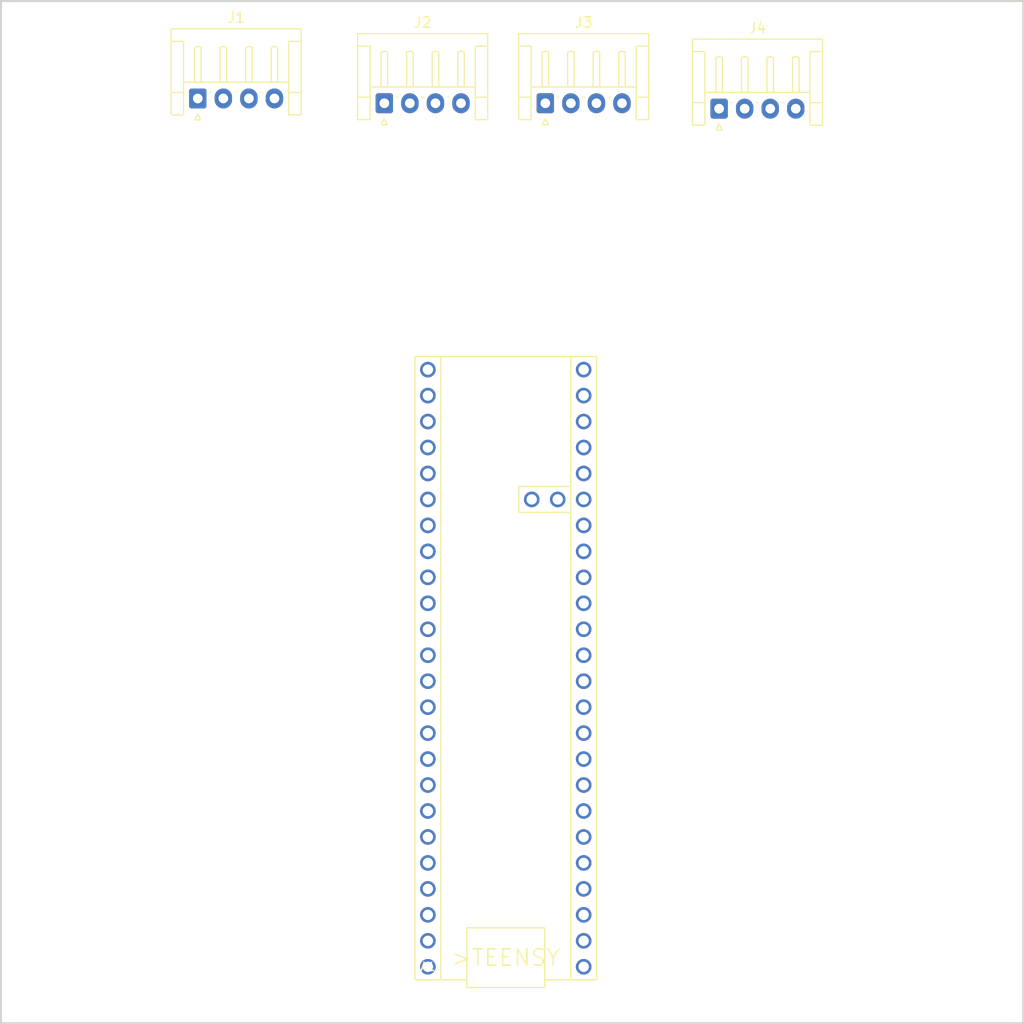
<source format=kicad_pcb>
(kicad_pcb (version 20241229) (generator "pcbnew") (generator_version "9.0")
  (layers (0 "F.Cu" signal) (2 "B.Cu" signal) (13 "F.Paste" user) (15 "B.Paste" user) (5 "F.SilkS" user "F.Silkscreen") (7 "B.SilkS" user "B.Silkscreen") (1 "F.Mask" user) (3 "B.Mask" user) (25 "Edge.Cuts" user))
  (net 0 "")
  (net 21 "Net-(A1-GND-PadAGND{slash}GND)")
  (net 40 "Net-(A1-3.3V-Pad3V3)")
  (footprint "TEENSY_4.1:TEENSY_LONG_EXT" (layer "F.Cu") (at 135.76 132.48)
    (property "Reference" "A1" (at 0 0 0) (layer "F.SilkS") (effects (font (size 0.787402 0.787402))))
    (property "Value" "TEENSY_4.1")
    (fp_line (start -1.27 -59.69) (end 1.27 -59.69) (stroke (width 0.127)) (layer "F.SilkS"))
    (fp_line (start -1.27 1.27) (end -1.27 -59.69) (stroke (width 0.127)) (layer "F.SilkS"))
    (fp_line (start -1.27 1.27) (end 1.27 1.27) (stroke (width 0.127)) (layer "F.SilkS"))
    (fp_line (start 1.27 -59.69) (end 13.97 -59.69) (stroke (width 0.127)) (layer "F.SilkS"))
    (fp_line (start 1.27 1.27) (end 1.27 -59.69) (stroke (width 0.127)) (layer "F.SilkS"))
    (fp_line (start 3.81 -3.81) (end 3.81 1.27) (stroke (width 0.127)) (layer "F.SilkS"))
    (fp_line (start 3.81 1.27) (end 1.27 1.27) (stroke (width 0.127)) (layer "F.SilkS"))
    (fp_line (start 3.81 2.032) (end 3.81 1.27) (stroke (width 0.127)) (layer "F.SilkS"))
    (fp_line (start 8.89 -46.99) (end 8.89 -44.45) (stroke (width 0.127)) (layer "F.SilkS"))
    (fp_line (start 8.89 -44.45) (end 13.97 -44.45) (stroke (width 0.127)) (layer "F.SilkS"))
    (fp_line (start 11.43 -3.81) (end 3.81 -3.81) (stroke (width 0.127)) (layer "F.SilkS"))
    (fp_line (start 11.43 1.27) (end 11.43 -3.81) (stroke (width 0.127)) (layer "F.SilkS"))
    (fp_line (start 11.43 1.27) (end 11.43 2.032) (stroke (width 0.127)) (layer "F.SilkS"))
    (fp_line (start 11.43 2.032) (end 3.81 2.032) (stroke (width 0.127)) (layer "F.SilkS"))
    (fp_line (start 13.97 -59.69) (end 13.97 -46.99) (stroke (width 0.127)) (layer "F.SilkS"))
    (fp_line (start 13.97 -46.99) (end 8.89 -46.99) (stroke (width 0.127)) (layer "F.SilkS"))
    (fp_line (start 13.97 -46.99) (end 13.97 -44.45) (stroke (width 0.127)) (layer "F.SilkS"))
    (fp_line (start 13.97 -44.45) (end 13.97 1.27) (stroke (width 0.127)) (layer "F.SilkS"))
    (fp_line (start 13.97 1.27) (end 11.43 1.27) (stroke (width 0.127)) (layer "F.SilkS"))
    (fp_line (start 16.51 -59.69) (end 13.97 -59.69) (stroke (width 0.127)) (layer "F.SilkS"))
    (fp_line (start 16.51 -59.69) (end 16.51 1.27) (stroke (width 0.127)) (layer "F.SilkS"))
    (fp_line (start 16.51 1.27) (end 13.97 1.27) (stroke (width 0.127)) (layer "F.SilkS"))
    (fp_text user ">TEENSY" (at 7.62 -0.889 0) (layer "F.SilkS") (effects (font (size 1.6 1.6))))
    (pad "3V3" thru_hole circle (at 0 -5.08) (size 1.524 1.524) (drill 1.016) (layers "*.Cu" "*.Mask") (net 40 "Net-(A1-3.3V-Pad3V3)"))
    (pad "3V3@2" thru_hole circle (at 15.24 -35.56) (size 1.524 1.524) (drill 1.016) (layers "*.Cu" "*.Mask") (net 40 "Net-(A1-3.3V-Pad3V3)"))
    (pad "3V3@3" thru_hole circle (at 10.16 -45.72) (size 1.524 1.524) (drill 1.016) (layers "*.Cu" "*.Mask") (net 40 "Net-(A1-3.3V-Pad3V3)"))
    (pad "AGND/GND" thru_hole circle (at 0 -2.54) (size 1.524 1.524) (drill 1.016) (layers "*.Cu" "*.Mask") (net 21 "Net-(A1-GND-PadAGND{slash}GND)"))
    (pad "D0" thru_hole circle (at 15.24 -2.54) (size 1.524 1.524) (drill 1.016) (layers "*.Cu" "*.Mask"))
    (pad "D1" thru_hole circle (at 15.24 -5.08) (size 1.524 1.524) (drill 1.016) (layers "*.Cu" "*.Mask"))
    (pad "D2" thru_hole circle (at 15.24 -7.62) (size 1.524 1.524) (drill 1.016) (layers "*.Cu" "*.Mask"))
    (pad "D3" thru_hole circle (at 15.24 -10.16) (size 1.524 1.524) (drill 1.016) (layers "*.Cu" "*.Mask"))
    (pad "D4" thru_hole circle (at 15.24 -12.7) (size 1.524 1.524) (drill 1.016) (layers "*.Cu" "*.Mask"))
    (pad "D5" thru_hole circle (at 15.24 -15.24) (size 1.524 1.524) (drill 1.016) (layers "*.Cu" "*.Mask"))
    (pad "D6" thru_hole circle (at 15.24 -17.78) (size 1.524 1.524) (drill 1.016) (layers "*.Cu" "*.Mask"))
    (pad "D7" thru_hole circle (at 15.24 -20.32) (size 1.524 1.524) (drill 1.016) (layers "*.Cu" "*.Mask"))
    (pad "D8" thru_hole circle (at 15.24 -22.86) (size 1.524 1.524) (drill 1.016) (layers "*.Cu" "*.Mask"))
    (pad "D9" thru_hole circle (at 15.24 -25.4) (size 1.524 1.524) (drill 1.016) (layers "*.Cu" "*.Mask"))
    (pad "D10" thru_hole circle (at 15.24 -27.94) (size 1.524 1.524) (drill 1.016) (layers "*.Cu" "*.Mask"))
    (pad "D11" thru_hole circle (at 15.24 -30.48) (size 1.524 1.524) (drill 1.016) (layers "*.Cu" "*.Mask"))
    (pad "D12" thru_hole circle (at 15.24 -33.02) (size 1.524 1.524) (drill 1.016) (layers "*.Cu" "*.Mask"))
    (pad "D13" thru_hole circle (at 0 -33.02) (size 1.524 1.524) (drill 1.016) (layers "*.Cu" "*.Mask"))
    (pad "D14" thru_hole circle (at 0 -30.48) (size 1.524 1.524) (drill 1.016) (layers "*.Cu" "*.Mask"))
    (pad "D15" thru_hole circle (at 0 -27.94) (size 1.524 1.524) (drill 1.016) (layers "*.Cu" "*.Mask"))
    (pad "D16" thru_hole circle (at 0 -25.4) (size 1.524 1.524) (drill 1.016) (layers "*.Cu" "*.Mask"))
    (pad "D17" thru_hole circle (at 0 -22.86) (size 1.524 1.524) (drill 1.016) (layers "*.Cu" "*.Mask"))
    (pad "D18" thru_hole circle (at 0 -20.32) (size 1.524 1.524) (drill 1.016) (layers "*.Cu" "*.Mask"))
    (pad "D19" thru_hole circle (at 0 -17.78) (size 1.524 1.524) (drill 1.016) (layers "*.Cu" "*.Mask"))
    (pad "D20" thru_hole circle (at 0 -15.24) (size 1.524 1.524) (drill 1.016) (layers "*.Cu" "*.Mask"))
    (pad "D21" thru_hole circle (at 0 -12.7) (size 1.524 1.524) (drill 1.016) (layers "*.Cu" "*.Mask"))
    (pad "D22" thru_hole circle (at 0 -10.16) (size 1.524 1.524) (drill 1.016) (layers "*.Cu" "*.Mask"))
    (pad "D23" thru_hole circle (at 0 -7.62) (size 1.524 1.524) (drill 1.016) (layers "*.Cu" "*.Mask"))
    (pad "D24" thru_hole circle (at 15.24 -38.1) (size 1.524 1.524) (drill 1.016) (layers "*.Cu" "*.Mask"))
    (pad "D25" thru_hole circle (at 15.24 -40.64) (size 1.524 1.524) (drill 1.016) (layers "*.Cu" "*.Mask"))
    (pad "D26" thru_hole circle (at 15.24 -43.18) (size 1.524 1.524) (drill 1.016) (layers "*.Cu" "*.Mask"))
    (pad "D27" thru_hole circle (at 15.24 -45.72) (size 1.524 1.524) (drill 1.016) (layers "*.Cu" "*.Mask"))
    (pad "D28" thru_hole circle (at 15.24 -48.26) (size 1.524 1.524) (drill 1.016) (layers "*.Cu" "*.Mask"))
    (pad "D29" thru_hole circle (at 15.24 -50.8) (size 1.524 1.524) (drill 1.016) (layers "*.Cu" "*.Mask"))
    (pad "D30" thru_hole circle (at 15.24 -53.34) (size 1.524 1.524) (drill 1.016) (layers "*.Cu" "*.Mask"))
    (pad "D31" thru_hole circle (at 15.24 -55.88) (size 1.524 1.524) (drill 1.016) (layers "*.Cu" "*.Mask"))
    (pad "D32" thru_hole circle (at 15.24 -58.42) (size 1.524 1.524) (drill 1.016) (layers "*.Cu" "*.Mask"))
    (pad "D33" thru_hole circle (at 0 -58.42) (size 1.524 1.524) (drill 1.016) (layers "*.Cu" "*.Mask"))
    (pad "D34" thru_hole circle (at 0 -55.88) (size 1.524 1.524) (drill 1.016) (layers "*.Cu" "*.Mask"))
    (pad "D35" thru_hole circle (at 0 -53.34) (size 1.524 1.524) (drill 1.016) (layers "*.Cu" "*.Mask"))
    (pad "D36" thru_hole circle (at 0 -50.8) (size 1.524 1.524) (drill 1.016) (layers "*.Cu" "*.Mask"))
    (pad "D37" thru_hole circle (at 0 -48.26) (size 1.524 1.524) (drill 1.016) (layers "*.Cu" "*.Mask"))
    (pad "D38" thru_hole circle (at 0 -45.72) (size 1.524 1.524) (drill 1.016) (layers "*.Cu" "*.Mask"))
    (pad "D39" thru_hole circle (at 0 -43.18) (size 1.524 1.524) (drill 1.016) (layers "*.Cu" "*.Mask"))
    (pad "D40" thru_hole circle (at 0 -40.64) (size 1.524 1.524) (drill 1.016) (layers "*.Cu" "*.Mask"))
    (pad "D41" thru_hole circle (at 0 -38.1) (size 1.524 1.524) (drill 1.016) (layers "*.Cu" "*.Mask"))
    (pad "GND" thru_hole circle (at 15.24 0) (size 1.524 1.524) (drill 1.016) (layers "*.Cu" "*.Mask") (net 21 "Net-(A1-GND-PadAGND{slash}GND)"))
    (pad "GND@2" thru_hole circle (at 0 -35.56) (size 1.524 1.524) (drill 1.016) (layers "*.Cu" "*.Mask") (net 21 "Net-(A1-GND-PadAGND{slash}GND)"))
    (pad "VBAT" thru_hole circle (at 12.7 -45.72) (size 1.524 1.524) (drill 1.016) (layers "*.Cu" "*.Mask"))
    (pad "VIN" thru_hole circle (at 0 0) (size 1.524 1.524) (drill 1.016) (layers "*.Cu" "*.Mask"))
  )
  (footprint "Connector_JST:JST_EH_S4B-EH_1x04_P2.50mm_Horizontal" (layer "F.Cu") (at 147.25 48)
    (property "Reference" "J3" (at 3.75 -7.9 0) (layer "F.SilkS"))
    (property "Value" "Conn_01x04_Pin")
    (fp_line (start -2.61 -6.81) (end 10.11 -6.81) (stroke (width 0.12)) (layer "F.SilkS"))
    (fp_line (start -2.61 -5.59) (end -1.39 -5.59) (stroke (width 0.12)) (layer "F.SilkS"))
    (fp_line (start -2.61 1.61) (end -2.61 -6.81) (stroke (width 0.12)) (layer "F.SilkS"))
    (fp_line (start -1.39 -5.59) (end -1.39 -0.59) (stroke (width 0.12)) (layer "F.SilkS"))
    (fp_line (start -1.39 -1.59) (end 8.89 -1.59) (stroke (width 0.12)) (layer "F.SilkS"))
    (fp_line (start -1.39 -0.59) (end -2.61 -0.59) (stroke (width 0.12)) (layer "F.SilkS"))
    (fp_line (start -1.39 -0.59) (end -1.39 1.61) (stroke (width 0.12)) (layer "F.SilkS"))
    (fp_line (start -1.39 1.61) (end -2.61 1.61) (stroke (width 0.12)) (layer "F.SilkS"))
    (fp_line (start -0.32 -5.01) (end 0 -5.09) (stroke (width 0.12)) (layer "F.SilkS"))
    (fp_line (start -0.32 -1.59) (end -0.32 -5.01) (stroke (width 0.12)) (layer "F.SilkS"))
    (fp_line (start -0.3 2.1) (end 0.3 2.1) (stroke (width 0.12)) (layer "F.SilkS"))
    (fp_line (start 0 -5.09) (end 0.32 -5.01) (stroke (width 0.12)) (layer "F.SilkS"))
    (fp_line (start 0 -1.59) (end -0.32 -1.59) (stroke (width 0.12)) (layer "F.SilkS"))
    (fp_line (start 0 1.5) (end -0.3 2.1) (stroke (width 0.12)) (layer "F.SilkS"))
    (fp_line (start 0.3 2.1) (end 0 1.5) (stroke (width 0.12)) (layer "F.SilkS"))
    (fp_line (start 0.32 -5.01) (end 0.32 -1.59) (stroke (width 0.12)) (layer "F.SilkS"))
    (fp_line (start 0.32 -1.59) (end 0 -1.59) (stroke (width 0.12)) (layer "F.SilkS"))
    (fp_line (start 1.17 -0.59) (end 1.33 -0.59) (stroke (width 0.12)) (layer "F.SilkS"))
    (fp_line (start 2.18 -5.01) (end 2.5 -5.09) (stroke (width 0.12)) (layer "F.SilkS"))
    (fp_line (start 2.18 -1.59) (end 2.18 -5.01) (stroke (width 0.12)) (layer "F.SilkS"))
    (fp_line (start 2.5 -5.09) (end 2.82 -5.01) (stroke (width 0.12)) (layer "F.SilkS"))
    (fp_line (start 2.5 -1.59) (end 2.18 -1.59) (stroke (width 0.12)) (layer "F.SilkS"))
    (fp_line (start 2.82 -5.01) (end 2.82 -1.59) (stroke (width 0.12)) (layer "F.SilkS"))
    (fp_line (start 2.82 -1.59) (end 2.5 -1.59) (stroke (width 0.12)) (layer "F.SilkS"))
    (fp_line (start 3.67 -0.59) (end 3.83 -0.59) (stroke (width 0.12)) (layer "F.SilkS"))
    (fp_line (start 4.68 -5.01) (end 5 -5.09) (stroke (width 0.12)) (layer "F.SilkS"))
    (fp_line (start 4.68 -1.59) (end 4.68 -5.01) (stroke (width 0.12)) (layer "F.SilkS"))
    (fp_line (start 5 -5.09) (end 5.32 -5.01) (stroke (width 0.12)) (layer "F.SilkS"))
    (fp_line (start 5 -1.59) (end 4.68 -1.59) (stroke (width 0.12)) (layer "F.SilkS"))
    (fp_line (start 5.32 -5.01) (end 5.32 -1.59) (stroke (width 0.12)) (layer "F.SilkS"))
    (fp_line (start 5.32 -1.59) (end 5 -1.59) (stroke (width 0.12)) (layer "F.SilkS"))
    (fp_line (start 6.17 -0.59) (end 6.33 -0.59) (stroke (width 0.12)) (layer "F.SilkS"))
    (fp_line (start 7.18 -5.01) (end 7.5 -5.09) (stroke (width 0.12)) (layer "F.SilkS"))
    (fp_line (start 7.18 -1.59) (end 7.18 -5.01) (stroke (width 0.12)) (layer "F.SilkS"))
    (fp_line (start 7.5 -5.09) (end 7.82 -5.01) (stroke (width 0.12)) (layer "F.SilkS"))
    (fp_line (start 7.5 -1.59) (end 7.18 -1.59) (stroke (width 0.12)) (layer "F.SilkS"))
    (fp_line (start 7.82 -5.01) (end 7.82 -1.59) (stroke (width 0.12)) (layer "F.SilkS"))
    (fp_line (start 7.82 -1.59) (end 7.5 -1.59) (stroke (width 0.12)) (layer "F.SilkS"))
    (fp_line (start 8.89 -5.59) (end 8.89 -0.59) (stroke (width 0.12)) (layer "F.SilkS"))
    (fp_line (start 8.89 -0.59) (end 10.11 -0.59) (stroke (width 0.12)) (layer "F.SilkS"))
    (fp_line (start 8.89 1.61) (end 8.89 -0.59) (stroke (width 0.12)) (layer "F.SilkS"))
    (fp_line (start 10.11 -6.81) (end 10.11 1.61) (stroke (width 0.12)) (layer "F.SilkS"))
    (fp_line (start 10.11 -5.59) (end 8.89 -5.59) (stroke (width 0.12)) (layer "F.SilkS"))
    (fp_line (start 10.11 1.61) (end 8.89 1.61) (stroke (width 0.12)) (layer "F.SilkS"))
    (pad "1" thru_hole roundrect (at 0 0) (size 1.7 1.95) (drill 0.95) (layers "*.Cu" "*.Mask") (roundrect_rratio 0.147059))
    (pad "2" thru_hole oval (at 2.5 0) (size 1.7 1.95) (drill 0.95) (layers "*.Cu" "*.Mask"))
    (pad "3" thru_hole oval (at 5 0) (size 1.7 1.95) (drill 0.95) (layers "*.Cu" "*.Mask"))
    (pad "4" thru_hole oval (at 7.5 0) (size 1.7 1.95) (drill 0.95) (layers "*.Cu" "*.Mask"))
  )
  (footprint "Connector_JST:JST_EH_S4B-EH_1x04_P2.50mm_Horizontal" (layer "F.Cu") (at 131.5 48)
    (property "Reference" "J2" (at 3.75 -7.9 0) (layer "F.SilkS"))
    (property "Value" "Conn_01x04_Pin")
    (fp_line (start -2.61 -6.81) (end 10.11 -6.81) (stroke (width 0.12)) (layer "F.SilkS"))
    (fp_line (start -2.61 -5.59) (end -1.39 -5.59) (stroke (width 0.12)) (layer "F.SilkS"))
    (fp_line (start -2.61 1.61) (end -2.61 -6.81) (stroke (width 0.12)) (layer "F.SilkS"))
    (fp_line (start -1.39 -5.59) (end -1.39 -0.59) (stroke (width 0.12)) (layer "F.SilkS"))
    (fp_line (start -1.39 -1.59) (end 8.89 -1.59) (stroke (width 0.12)) (layer "F.SilkS"))
    (fp_line (start -1.39 -0.59) (end -2.61 -0.59) (stroke (width 0.12)) (layer "F.SilkS"))
    (fp_line (start -1.39 -0.59) (end -1.39 1.61) (stroke (width 0.12)) (layer "F.SilkS"))
    (fp_line (start -1.39 1.61) (end -2.61 1.61) (stroke (width 0.12)) (layer "F.SilkS"))
    (fp_line (start -0.32 -5.01) (end 0 -5.09) (stroke (width 0.12)) (layer "F.SilkS"))
    (fp_line (start -0.32 -1.59) (end -0.32 -5.01) (stroke (width 0.12)) (layer "F.SilkS"))
    (fp_line (start -0.3 2.1) (end 0.3 2.1) (stroke (width 0.12)) (layer "F.SilkS"))
    (fp_line (start 0 -5.09) (end 0.32 -5.01) (stroke (width 0.12)) (layer "F.SilkS"))
    (fp_line (start 0 -1.59) (end -0.32 -1.59) (stroke (width 0.12)) (layer "F.SilkS"))
    (fp_line (start 0 1.5) (end -0.3 2.1) (stroke (width 0.12)) (layer "F.SilkS"))
    (fp_line (start 0.3 2.1) (end 0 1.5) (stroke (width 0.12)) (layer "F.SilkS"))
    (fp_line (start 0.32 -5.01) (end 0.32 -1.59) (stroke (width 0.12)) (layer "F.SilkS"))
    (fp_line (start 0.32 -1.59) (end 0 -1.59) (stroke (width 0.12)) (layer "F.SilkS"))
    (fp_line (start 1.17 -0.59) (end 1.33 -0.59) (stroke (width 0.12)) (layer "F.SilkS"))
    (fp_line (start 2.18 -5.01) (end 2.5 -5.09) (stroke (width 0.12)) (layer "F.SilkS"))
    (fp_line (start 2.18 -1.59) (end 2.18 -5.01) (stroke (width 0.12)) (layer "F.SilkS"))
    (fp_line (start 2.5 -5.09) (end 2.82 -5.01) (stroke (width 0.12)) (layer "F.SilkS"))
    (fp_line (start 2.5 -1.59) (end 2.18 -1.59) (stroke (width 0.12)) (layer "F.SilkS"))
    (fp_line (start 2.82 -5.01) (end 2.82 -1.59) (stroke (width 0.12)) (layer "F.SilkS"))
    (fp_line (start 2.82 -1.59) (end 2.5 -1.59) (stroke (width 0.12)) (layer "F.SilkS"))
    (fp_line (start 3.67 -0.59) (end 3.83 -0.59) (stroke (width 0.12)) (layer "F.SilkS"))
    (fp_line (start 4.68 -5.01) (end 5 -5.09) (stroke (width 0.12)) (layer "F.SilkS"))
    (fp_line (start 4.68 -1.59) (end 4.68 -5.01) (stroke (width 0.12)) (layer "F.SilkS"))
    (fp_line (start 5 -5.09) (end 5.32 -5.01) (stroke (width 0.12)) (layer "F.SilkS"))
    (fp_line (start 5 -1.59) (end 4.68 -1.59) (stroke (width 0.12)) (layer "F.SilkS"))
    (fp_line (start 5.32 -5.01) (end 5.32 -1.59) (stroke (width 0.12)) (layer "F.SilkS"))
    (fp_line (start 5.32 -1.59) (end 5 -1.59) (stroke (width 0.12)) (layer "F.SilkS"))
    (fp_line (start 6.17 -0.59) (end 6.33 -0.59) (stroke (width 0.12)) (layer "F.SilkS"))
    (fp_line (start 7.18 -5.01) (end 7.5 -5.09) (stroke (width 0.12)) (layer "F.SilkS"))
    (fp_line (start 7.18 -1.59) (end 7.18 -5.01) (stroke (width 0.12)) (layer "F.SilkS"))
    (fp_line (start 7.5 -5.09) (end 7.82 -5.01) (stroke (width 0.12)) (layer "F.SilkS"))
    (fp_line (start 7.5 -1.59) (end 7.18 -1.59) (stroke (width 0.12)) (layer "F.SilkS"))
    (fp_line (start 7.82 -5.01) (end 7.82 -1.59) (stroke (width 0.12)) (layer "F.SilkS"))
    (fp_line (start 7.82 -1.59) (end 7.5 -1.59) (stroke (width 0.12)) (layer "F.SilkS"))
    (fp_line (start 8.89 -5.59) (end 8.89 -0.59) (stroke (width 0.12)) (layer "F.SilkS"))
    (fp_line (start 8.89 -0.59) (end 10.11 -0.59) (stroke (width 0.12)) (layer "F.SilkS"))
    (fp_line (start 8.89 1.61) (end 8.89 -0.59) (stroke (width 0.12)) (layer "F.SilkS"))
    (fp_line (start 10.11 -6.81) (end 10.11 1.61) (stroke (width 0.12)) (layer "F.SilkS"))
    (fp_line (start 10.11 -5.59) (end 8.89 -5.59) (stroke (width 0.12)) (layer "F.SilkS"))
    (fp_line (start 10.11 1.61) (end 8.89 1.61) (stroke (width 0.12)) (layer "F.SilkS"))
    (pad "1" thru_hole roundrect (at 0 0) (size 1.7 1.95) (drill 0.95) (layers "*.Cu" "*.Mask") (roundrect_rratio 0.147059))
    (pad "2" thru_hole oval (at 2.5 0) (size 1.7 1.95) (drill 0.95) (layers "*.Cu" "*.Mask"))
    (pad "3" thru_hole oval (at 5 0) (size 1.7 1.95) (drill 0.95) (layers "*.Cu" "*.Mask"))
    (pad "4" thru_hole oval (at 7.5 0) (size 1.7 1.95) (drill 0.95) (layers "*.Cu" "*.Mask"))
  )
  (footprint "Connector_JST:JST_EH_S4B-EH_1x04_P2.50mm_Horizontal" (layer "F.Cu") (at 164.25 48.5325)
    (property "Reference" "J4" (at 3.75 -7.9 0) (layer "F.SilkS"))
    (property "Value" "Conn_01x04_Pin")
    (fp_line (start -2.61 -6.81) (end 10.11 -6.81) (stroke (width 0.12)) (layer "F.SilkS"))
    (fp_line (start -2.61 -5.59) (end -1.39 -5.59) (stroke (width 0.12)) (layer "F.SilkS"))
    (fp_line (start -2.61 1.61) (end -2.61 -6.81) (stroke (width 0.12)) (layer "F.SilkS"))
    (fp_line (start -1.39 -5.59) (end -1.39 -0.59) (stroke (width 0.12)) (layer "F.SilkS"))
    (fp_line (start -1.39 -1.59) (end 8.89 -1.59) (stroke (width 0.12)) (layer "F.SilkS"))
    (fp_line (start -1.39 -0.59) (end -2.61 -0.59) (stroke (width 0.12)) (layer "F.SilkS"))
    (fp_line (start -1.39 -0.59) (end -1.39 1.61) (stroke (width 0.12)) (layer "F.SilkS"))
    (fp_line (start -1.39 1.61) (end -2.61 1.61) (stroke (width 0.12)) (layer "F.SilkS"))
    (fp_line (start -0.32 -5.01) (end 0 -5.09) (stroke (width 0.12)) (layer "F.SilkS"))
    (fp_line (start -0.32 -1.59) (end -0.32 -5.01) (stroke (width 0.12)) (layer "F.SilkS"))
    (fp_line (start -0.3 2.1) (end 0.3 2.1) (stroke (width 0.12)) (layer "F.SilkS"))
    (fp_line (start 0 -5.09) (end 0.32 -5.01) (stroke (width 0.12)) (layer "F.SilkS"))
    (fp_line (start 0 -1.59) (end -0.32 -1.59) (stroke (width 0.12)) (layer "F.SilkS"))
    (fp_line (start 0 1.5) (end -0.3 2.1) (stroke (width 0.12)) (layer "F.SilkS"))
    (fp_line (start 0.3 2.1) (end 0 1.5) (stroke (width 0.12)) (layer "F.SilkS"))
    (fp_line (start 0.32 -5.01) (end 0.32 -1.59) (stroke (width 0.12)) (layer "F.SilkS"))
    (fp_line (start 0.32 -1.59) (end 0 -1.59) (stroke (width 0.12)) (layer "F.SilkS"))
    (fp_line (start 1.17 -0.59) (end 1.33 -0.59) (stroke (width 0.12)) (layer "F.SilkS"))
    (fp_line (start 2.18 -5.01) (end 2.5 -5.09) (stroke (width 0.12)) (layer "F.SilkS"))
    (fp_line (start 2.18 -1.59) (end 2.18 -5.01) (stroke (width 0.12)) (layer "F.SilkS"))
    (fp_line (start 2.5 -5.09) (end 2.82 -5.01) (stroke (width 0.12)) (layer "F.SilkS"))
    (fp_line (start 2.5 -1.59) (end 2.18 -1.59) (stroke (width 0.12)) (layer "F.SilkS"))
    (fp_line (start 2.82 -5.01) (end 2.82 -1.59) (stroke (width 0.12)) (layer "F.SilkS"))
    (fp_line (start 2.82 -1.59) (end 2.5 -1.59) (stroke (width 0.12)) (layer "F.SilkS"))
    (fp_line (start 3.67 -0.59) (end 3.83 -0.59) (stroke (width 0.12)) (layer "F.SilkS"))
    (fp_line (start 4.68 -5.01) (end 5 -5.09) (stroke (width 0.12)) (layer "F.SilkS"))
    (fp_line (start 4.68 -1.59) (end 4.68 -5.01) (stroke (width 0.12)) (layer "F.SilkS"))
    (fp_line (start 5 -5.09) (end 5.32 -5.01) (stroke (width 0.12)) (layer "F.SilkS"))
    (fp_line (start 5 -1.59) (end 4.68 -1.59) (stroke (width 0.12)) (layer "F.SilkS"))
    (fp_line (start 5.32 -5.01) (end 5.32 -1.59) (stroke (width 0.12)) (layer "F.SilkS"))
    (fp_line (start 5.32 -1.59) (end 5 -1.59) (stroke (width 0.12)) (layer "F.SilkS"))
    (fp_line (start 6.17 -0.59) (end 6.33 -0.59) (stroke (width 0.12)) (layer "F.SilkS"))
    (fp_line (start 7.18 -5.01) (end 7.5 -5.09) (stroke (width 0.12)) (layer "F.SilkS"))
    (fp_line (start 7.18 -1.59) (end 7.18 -5.01) (stroke (width 0.12)) (layer "F.SilkS"))
    (fp_line (start 7.5 -5.09) (end 7.82 -5.01) (stroke (width 0.12)) (layer "F.SilkS"))
    (fp_line (start 7.5 -1.59) (end 7.18 -1.59) (stroke (width 0.12)) (layer "F.SilkS"))
    (fp_line (start 7.82 -5.01) (end 7.82 -1.59) (stroke (width 0.12)) (layer "F.SilkS"))
    (fp_line (start 7.82 -1.59) (end 7.5 -1.59) (stroke (width 0.12)) (layer "F.SilkS"))
    (fp_line (start 8.89 -5.59) (end 8.89 -0.59) (stroke (width 0.12)) (layer "F.SilkS"))
    (fp_line (start 8.89 -0.59) (end 10.11 -0.59) (stroke (width 0.12)) (layer "F.SilkS"))
    (fp_line (start 8.89 1.61) (end 8.89 -0.59) (stroke (width 0.12)) (layer "F.SilkS"))
    (fp_line (start 10.11 -6.81) (end 10.11 1.61) (stroke (width 0.12)) (layer "F.SilkS"))
    (fp_line (start 10.11 -5.59) (end 8.89 -5.59) (stroke (width 0.12)) (layer "F.SilkS"))
    (fp_line (start 10.11 1.61) (end 8.89 1.61) (stroke (width 0.12)) (layer "F.SilkS"))
    (pad "1" thru_hole roundrect (at 0 0) (size 1.7 1.95) (drill 0.95) (layers "*.Cu" "*.Mask") (roundrect_rratio 0.147059))
    (pad "2" thru_hole oval (at 2.5 0) (size 1.7 1.95) (drill 0.95) (layers "*.Cu" "*.Mask"))
    (pad "3" thru_hole oval (at 5 0) (size 1.7 1.95) (drill 0.95) (layers "*.Cu" "*.Mask"))
    (pad "4" thru_hole oval (at 7.5 0) (size 1.7 1.95) (drill 0.95) (layers "*.Cu" "*.Mask"))
  )
  (footprint "Connector_JST:JST_EH_S4B-EH_1x04_P2.50mm_Horizontal" (layer "F.Cu") (at 113.25 47.5325)
    (property "Reference" "J1" (at 3.75 -7.9 0) (layer "F.SilkS"))
    (property "Value" "Conn_01x04_Pin")
    (fp_line (start -2.61 -6.81) (end 10.11 -6.81) (stroke (width 0.12)) (layer "F.SilkS"))
    (fp_line (start -2.61 -5.59) (end -1.39 -5.59) (stroke (width 0.12)) (layer "F.SilkS"))
    (fp_line (start -2.61 1.61) (end -2.61 -6.81) (stroke (width 0.12)) (layer "F.SilkS"))
    (fp_line (start -1.39 -5.59) (end -1.39 -0.59) (stroke (width 0.12)) (layer "F.SilkS"))
    (fp_line (start -1.39 -1.59) (end 8.89 -1.59) (stroke (width 0.12)) (layer "F.SilkS"))
    (fp_line (start -1.39 -0.59) (end -2.61 -0.59) (stroke (width 0.12)) (layer "F.SilkS"))
    (fp_line (start -1.39 -0.59) (end -1.39 1.61) (stroke (width 0.12)) (layer "F.SilkS"))
    (fp_line (start -1.39 1.61) (end -2.61 1.61) (stroke (width 0.12)) (layer "F.SilkS"))
    (fp_line (start -0.32 -5.01) (end 0 -5.09) (stroke (width 0.12)) (layer "F.SilkS"))
    (fp_line (start -0.32 -1.59) (end -0.32 -5.01) (stroke (width 0.12)) (layer "F.SilkS"))
    (fp_line (start -0.3 2.1) (end 0.3 2.1) (stroke (width 0.12)) (layer "F.SilkS"))
    (fp_line (start 0 -5.09) (end 0.32 -5.01) (stroke (width 0.12)) (layer "F.SilkS"))
    (fp_line (start 0 -1.59) (end -0.32 -1.59) (stroke (width 0.12)) (layer "F.SilkS"))
    (fp_line (start 0 1.5) (end -0.3 2.1) (stroke (width 0.12)) (layer "F.SilkS"))
    (fp_line (start 0.3 2.1) (end 0 1.5) (stroke (width 0.12)) (layer "F.SilkS"))
    (fp_line (start 0.32 -5.01) (end 0.32 -1.59) (stroke (width 0.12)) (layer "F.SilkS"))
    (fp_line (start 0.32 -1.59) (end 0 -1.59) (stroke (width 0.12)) (layer "F.SilkS"))
    (fp_line (start 1.17 -0.59) (end 1.33 -0.59) (stroke (width 0.12)) (layer "F.SilkS"))
    (fp_line (start 2.18 -5.01) (end 2.5 -5.09) (stroke (width 0.12)) (layer "F.SilkS"))
    (fp_line (start 2.18 -1.59) (end 2.18 -5.01) (stroke (width 0.12)) (layer "F.SilkS"))
    (fp_line (start 2.5 -5.09) (end 2.82 -5.01) (stroke (width 0.12)) (layer "F.SilkS"))
    (fp_line (start 2.5 -1.59) (end 2.18 -1.59) (stroke (width 0.12)) (layer "F.SilkS"))
    (fp_line (start 2.82 -5.01) (end 2.82 -1.59) (stroke (width 0.12)) (layer "F.SilkS"))
    (fp_line (start 2.82 -1.59) (end 2.5 -1.59) (stroke (width 0.12)) (layer "F.SilkS"))
    (fp_line (start 3.67 -0.59) (end 3.83 -0.59) (stroke (width 0.12)) (layer "F.SilkS"))
    (fp_line (start 4.68 -5.01) (end 5 -5.09) (stroke (width 0.12)) (layer "F.SilkS"))
    (fp_line (start 4.68 -1.59) (end 4.68 -5.01) (stroke (width 0.12)) (layer "F.SilkS"))
    (fp_line (start 5 -5.09) (end 5.32 -5.01) (stroke (width 0.12)) (layer "F.SilkS"))
    (fp_line (start 5 -1.59) (end 4.68 -1.59) (stroke (width 0.12)) (layer "F.SilkS"))
    (fp_line (start 5.32 -5.01) (end 5.32 -1.59) (stroke (width 0.12)) (layer "F.SilkS"))
    (fp_line (start 5.32 -1.59) (end 5 -1.59) (stroke (width 0.12)) (layer "F.SilkS"))
    (fp_line (start 6.17 -0.59) (end 6.33 -0.59) (stroke (width 0.12)) (layer "F.SilkS"))
    (fp_line (start 7.18 -5.01) (end 7.5 -5.09) (stroke (width 0.12)) (layer "F.SilkS"))
    (fp_line (start 7.18 -1.59) (end 7.18 -5.01) (stroke (width 0.12)) (layer "F.SilkS"))
    (fp_line (start 7.5 -5.09) (end 7.82 -5.01) (stroke (width 0.12)) (layer "F.SilkS"))
    (fp_line (start 7.5 -1.59) (end 7.18 -1.59) (stroke (width 0.12)) (layer "F.SilkS"))
    (fp_line (start 7.82 -5.01) (end 7.82 -1.59) (stroke (width 0.12)) (layer "F.SilkS"))
    (fp_line (start 7.82 -1.59) (end 7.5 -1.59) (stroke (width 0.12)) (layer "F.SilkS"))
    (fp_line (start 8.89 -5.59) (end 8.89 -0.59) (stroke (width 0.12)) (layer "F.SilkS"))
    (fp_line (start 8.89 -0.59) (end 10.11 -0.59) (stroke (width 0.12)) (layer "F.SilkS"))
    (fp_line (start 8.89 1.61) (end 8.89 -0.59) (stroke (width 0.12)) (layer "F.SilkS"))
    (fp_line (start 10.11 -6.81) (end 10.11 1.61) (stroke (width 0.12)) (layer "F.SilkS"))
    (fp_line (start 10.11 -5.59) (end 8.89 -5.59) (stroke (width 0.12)) (layer "F.SilkS"))
    (fp_line (start 10.11 1.61) (end 8.89 1.61) (stroke (width 0.12)) (layer "F.SilkS"))
    (pad "1" thru_hole roundrect (at 0 0) (size 1.7 1.95) (drill 0.95) (layers "*.Cu" "*.Mask") (roundrect_rratio 0.147059))
    (pad "2" thru_hole oval (at 2.5 0) (size 1.7 1.95) (drill 0.95) (layers "*.Cu" "*.Mask"))
    (pad "3" thru_hole oval (at 5 0) (size 1.7 1.95) (drill 0.95) (layers "*.Cu" "*.Mask"))
    (pad "4" thru_hole oval (at 7.5 0) (size 1.7 1.95) (drill 0.95) (layers "*.Cu" "*.Mask"))
  )
  (gr_rect (start 94 38) (end 194 138) (stroke (width 0.2)) (fill no) (layer "Edge.Cuts"))
)
</source>
